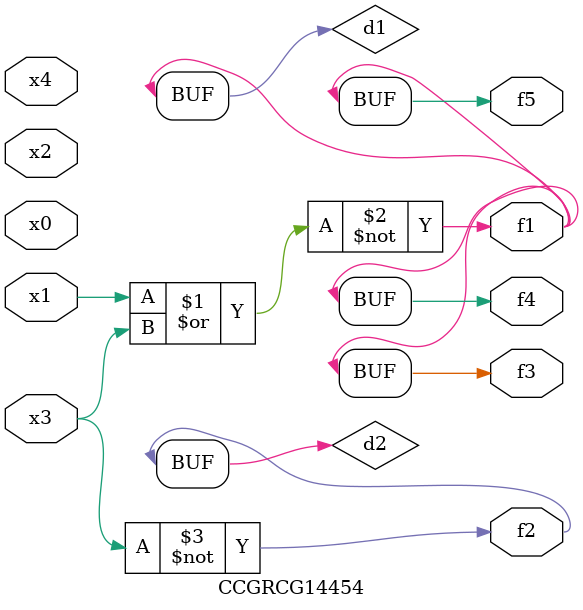
<source format=v>
module CCGRCG14454(
	input x0, x1, x2, x3, x4,
	output f1, f2, f3, f4, f5
);

	wire d1, d2;

	nor (d1, x1, x3);
	not (d2, x3);
	assign f1 = d1;
	assign f2 = d2;
	assign f3 = d1;
	assign f4 = d1;
	assign f5 = d1;
endmodule

</source>
